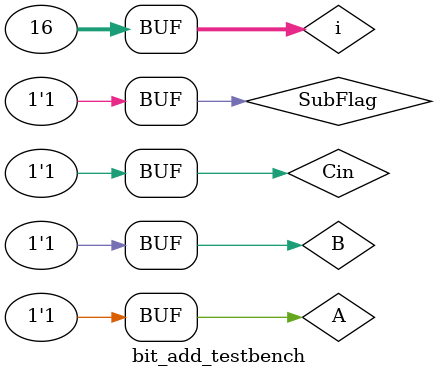
<source format=sv>


`timescale 1ns/10ps

module bit_add(A, B, R, SubFlag, Cout, Cin);
	output logic R, Cout;
	input  logic A, B, SubFlag, Cin;
	logic notB, Bin, R_temp, AB, ACin, BCin;
	
	not #0.05 Not_1 (notB, B);
	//Choose the corresponding Bin according to 'SubFlag'
	mux2_1 mux1 (.out(Bin), .i0(B), .i1(notB), .sel(SubFlag)); 
	xor #0.05 Xor_1 (R_temp, A, Bin);
	// Get the output 'R' of the bit adder
	xor #0.05 Xor_2 (R, Cin, R_temp);	
	and #0.05 And_1 (AB, A, Bin);
	and #0.05 And_2 (ACin, A, Cin);
	and #0.05 And_3 (BCin, Bin, Cin);
	//Get the output 'Cout' of the bit adder
	or  #0.05 Or_1  (Cout, AB, ACin, BCin); 

endmodule

module bit_add_testbench;
	logic R, Cout;
	logic A, B, SubFlag, Cin;
	logic notB, Bin;
	
	bit_add dut (.*);
	
	integer i;
	
	// when SubFlag = 0, test all cases for addition
	// when SubFlag = 1, test all cases for subtraction
	initial begin
		for (i = 0; i < 16; i++) begin
			{SubFlag, A, B, Cin} = i; #10;
		end
	end
endmodule
			
</source>
